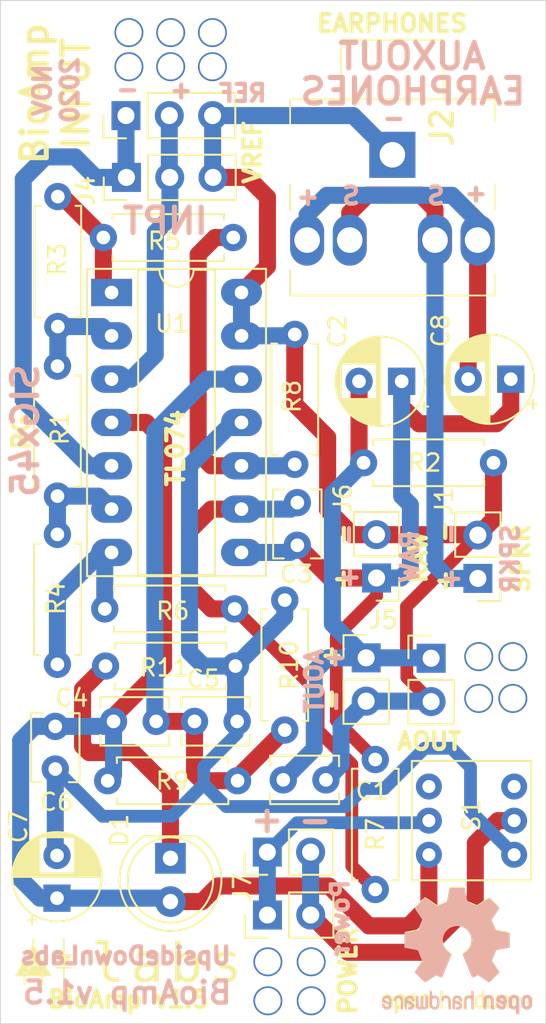
<source format=kicad_pcb>
(kicad_pcb (version 20171130) (host pcbnew 5.1.7-1.fc32)
  (title_block (title "BioAmp v1.5") (date 2020-11-17) (rev v1.5) (company "Upside Down Labs") (comment 2 "Single supply BioAmp") (comment 3 "TL074 based BioPotential Amplifier") (comment 4 "Upside Down Labs BioAmp v1.5"))
  (layers (0 F.Cu signal) (31 B.Cu signal) (34 B.Paste user hide) (35 F.Paste user hide) (36 B.SilkS user) (37 F.SilkS user) (38 B.Mask user hide) (39 F.Mask user hide) (44 Edge.Cuts user))
  (net 0 "")
  (net 1 ACout)
  (net 2 Vref)
  (net 3 Aout)
  (net 4 "Net-(C3-Pad1)")
  (net 5 +9V)
  (net 6 "Net-(C4-Pad1)")
  (net 7 GND)
  (net 8 "Net-(D1-Pad1)")
  (net 9 "Net-(J1-Pad1)")
  (net 10 E2)
  (net 11 E1)
  (net 12 "Net-(R1-Pad2)")
  (net 13 "Net-(R1-Pad1)")
  (net 14 "Net-(R3-Pad1)")
  (net 15 "Net-(R4-Pad1)")
  (net 16 "Net-(R5-Pad1)")
  (net 17 "Net-(S1-Pad1)")
  (net 18 B+)
  (net 19 "Net-(S1-Pad4)")
  (net 20 B-)
  (net 21 ACout_spkr)
  (module Symbol:OSHW-Logo2_9.8x8mm_SilkScreen (layer F.Cu) (at 150.2972 121.5812)
    (fp_text reference REF** hide)
    (fp_text value OSHW-Logo2_9.8x8mm_SilkScreen hide)
  )
  (module Symbol:OSHW-Logo2_9.8x8mm_SilkScreen (layer B.Cu) (at 150.2972 121.632 180)
    (fp_text reference REF** hide)
    (fp_text value OSHW-Logo2_9.8x8mm_SilkScreen hide)
  )
  (module udlabs:udlabs_13x2.7 (layer F.Cu) (at 130.8662 122.2416)
    (fp_text reference G*** hide)
    (fp_text value LOGO hide)
  )
  (module udlabs:G64_DPDT (layer F.Cu) (at 151.6434 110.9894 270)
    (fp_text reference S1 (at 2.6924 0.508 90) (layer F.SilkS))
    (fp_text value TL2285EE)
    (pad 6 thru_hole circle (at 5 -2 270) (size 1.524 1.524) (drill 0.762) (layers *.Cu *.Mask) (net 7 GND))
    (pad 5 thru_hole circle (at 3 -2 270) (size 1.524 1.524) (drill 0.762) (layers *.Cu *.Mask) (net 20 B-))
    (pad 4 thru_hole circle (at 1 -2 270) (size 1.524 1.524) (drill 0.762) (layers *.Cu *.Mask) (net 19 "Net-(S1-Pad4)"))
    (pad 3 thru_hole circle (at 5 3 270) (size 1.524 1.524) (drill 0.762) (layers *.Cu *.Mask) (net 5 +9V))
    (pad 2 thru_hole circle (at 3 3 270) (size 1.524 1.524) (drill 0.762) (layers *.Cu *.Mask) (net 18 B+))
    (pad 1 thru_hole circle (at 1 3 270) (size 1.524 1.524) (drill 0.762) (layers *.Cu *.Mask) (net 17 "Net-(S1-Pad1)"))
  )
  (module Connector_PinHeader_2.54mm:PinHeader_1x02_P2.54mm_Vertical (layer F.Cu) (at 139.172 119.5238 90)
    (fp_text reference J7 (at 1.6002 -1.4732 90) (layer F.SilkS))
    (fp_text value Conn_01x02_Male)
    (pad 2 thru_hole oval (at 0 2.54 90) (size 1.7 1.7) (drill 1) (layers *.Cu *.Mask) (net 20 B-))
    (pad 1 thru_hole rect (at 0 0 90) (size 1.7 1.7) (drill 1) (layers *.Cu *.Mask) (net 18 B+))
  )
  (module Capacitor_THT:C_Disc_D3.8mm_W2.6mm_P2.50mm (layer F.Cu) (at 142.601 111.599 180)
    (fp_text reference C1 (at -2.7178 -0.635) (layer F.SilkS))
    (fp_text value 100nf)
    (pad 2 thru_hole circle (at 2.5 0 180) (size 1.6 1.6) (drill 0.8) (layers *.Cu *.Mask) (net 1 ACout))
    (pad 1 thru_hole circle (at 0 0 180) (size 1.6 1.6) (drill 0.8) (layers *.Cu *.Mask) (net 2 Vref))
  )
  (module Capacitor_THT:CP_Radial_D5.0mm_P2.50mm (layer F.Cu) (at 153.4468 88.104 180)
    (fp_text reference C8 (at 4.1148 2.8448 90) (layer F.SilkS))
    (fp_text value CP)
    (pad 2 thru_hole circle (at 2.5 0 180) (size 1.6 1.6) (drill 0.8) (layers *.Cu *.Mask) (net 21 ACout_spkr))
    (pad 1 thru_hole rect (at 0 0 180) (size 1.6 1.6) (drill 0.8) (layers *.Cu *.Mask) (net 3 Aout))
  )
  (module Capacitor_THT:CP_Radial_D5.0mm_P2.50mm (layer F.Cu) (at 147.046 88.231 180)
    (fp_text reference C2 (at 3.7592 2.921 90) (layer F.SilkS))
    (fp_text value CP)
    (pad 2 thru_hole circle (at 2.5 0 180) (size 1.6 1.6) (drill 0.8) (layers *.Cu *.Mask) (net 1 ACout))
    (pad 1 thru_hole rect (at 0 0 180) (size 1.6 1.6) (drill 0.8) (layers *.Cu *.Mask) (net 3 Aout))
  )
  (module Connector_PinHeader_2.54mm:PinHeader_1x02_P2.54mm_Vertical (layer F.Cu) (at 144.9632 104.4438)
    (fp_text reference J5 (at 0.9906 -2.2174) (layer F.SilkS))
    (fp_text value Conn_01x02_Male)
    (pad 1 thru_hole rect (at 0 0) (size 1.7 1.7) (drill 1) (layers *.Cu *.Mask) (net 1 ACout))
    (pad 2 thru_hole oval (at 0 2.54) (size 1.7 1.7) (drill 1) (layers *.Cu *.Mask) (net 2 Vref))
  )
  (module udlabs:PJ3062CO (layer F.Cu) (at 146.5 74.95 270)
    (fp_text reference J2 (at -1.6034 -2.9082 90) (layer F.SilkS) (effects (font (size 1.27 1.27) (thickness 0.254))))
    (fp_text value PJ-3062-CO hide)
    (pad MH3 np_thru_hole circle (at 0 5 270) (size 1.6 0) (drill 1.6) (layers *.Cu *.Mask))
    (pad MH2 np_thru_hole circle (at 0 -5 270) (size 1.6 0) (drill 1.6) (layers *.Cu *.Mask))
    (pad MH1 np_thru_hole circle (at 5 0 270) (size 1.6 0) (drill 1.6) (layers *.Cu *.Mask))
    (pad 5 thru_hole oval (at 5 -2.5 270) (size 3 2) (drill 1.5) (layers *.Cu *.Mask) (net 9 "Net-(J1-Pad1)"))
    (pad 4 thru_hole oval (at 5 2.5 270) (size 3 2) (drill 1.5) (layers *.Cu *.Mask) (net 9 "Net-(J1-Pad1)"))
    (pad 3 thru_hole oval (at 5 -5 270) (size 3 2) (drill 1.5) (layers *.Cu *.Mask) (net 21 ACout_spkr))
    (pad 2 thru_hole oval (at 5 5 270) (size 3 2) (drill 1.5) (layers *.Cu *.Mask) (net 21 ACout_spkr))
    (pad 1 thru_hole rect (at 0 0 270) (size 2.704 2.704) (drill 1.5) (layers *.Cu *.Mask) (net 2 Vref))
  )
  (module Package_DIP:DIP-14_W7.62mm_Socket_LongPads (layer F.Cu) (at 130.028 83.024)
    (fp_text reference U1 (at 3.556 1.8288) (layer F.SilkS))
    (fp_text value TL074)
    (pad 14 thru_hole oval (at 7.62 0) (size 2.4 1.6) (drill 0.8) (layers *.Cu *.Mask) (net 2 Vref))
    (pad 7 thru_hole oval (at 0 15.24) (size 2.4 1.6) (drill 0.8) (layers *.Cu *.Mask) (net 15 "Net-(R4-Pad1)"))
    (pad 13 thru_hole oval (at 7.62 2.54) (size 2.4 1.6) (drill 0.8) (layers *.Cu *.Mask) (net 2 Vref))
    (pad 6 thru_hole oval (at 0 12.7) (size 2.4 1.6) (drill 0.8) (layers *.Cu *.Mask) (net 12 "Net-(R1-Pad2)"))
    (pad 12 thru_hole oval (at 7.62 5.08) (size 2.4 1.6) (drill 0.8) (layers *.Cu *.Mask) (net 6 "Net-(C4-Pad1)"))
    (pad 5 thru_hole oval (at 0 10.16) (size 2.4 1.6) (drill 0.8) (layers *.Cu *.Mask) (net 10 E2))
    (pad 11 thru_hole oval (at 7.62 7.62) (size 2.4 1.6) (drill 0.8) (layers *.Cu *.Mask) (net 7 GND))
    (pad 4 thru_hole oval (at 0 7.62) (size 2.4 1.6) (drill 0.8) (layers *.Cu *.Mask) (net 5 +9V))
    (pad 10 thru_hole oval (at 7.62 10.16) (size 2.4 1.6) (drill 0.8) (layers *.Cu *.Mask) (net 16 "Net-(R5-Pad1)"))
    (pad 3 thru_hole oval (at 0 5.08) (size 2.4 1.6) (drill 0.8) (layers *.Cu *.Mask) (net 11 E1))
    (pad 9 thru_hole oval (at 7.62 12.7) (size 2.4 1.6) (drill 0.8) (layers *.Cu *.Mask) (net 4 "Net-(C3-Pad1)"))
    (pad 2 thru_hole oval (at 0 2.54) (size 2.4 1.6) (drill 0.8) (layers *.Cu *.Mask) (net 13 "Net-(R1-Pad1)"))
    (pad 8 thru_hole oval (at 7.62 15.24) (size 2.4 1.6) (drill 0.8) (layers *.Cu *.Mask) (net 3 Aout))
    (pad 1 thru_hole rect (at 0 0) (size 2.4 1.6) (drill 0.8) (layers *.Cu *.Mask) (net 14 "Net-(R3-Pad1)"))
  )
  (module Connector_PinHeader_2.54mm:PinHeader_1x02_P2.54mm_Vertical (layer F.Cu) (at 148.7732 104.4688)
    (fp_text reference J5 (at -2.8194 -2.2424) (layer F.SilkS))
    (fp_text value Conn_01x02_Male)
    (pad 1 thru_hole rect (at 0 0) (size 1.7 1.7) (drill 1) (layers *.Cu *.Mask) (net 1 ACout))
    (pad 2 thru_hole oval (at 0 2.54) (size 1.7 1.7) (drill 1) (layers *.Cu *.Mask) (net 2 Vref))
  )
  (module LED_THT:LED_D5.0mm (layer F.Cu) (at 133.4824 116.1964 270)
    (fp_text reference D1 (at -1.6256 2.9972 90) (layer F.SilkS))
    (fp_text value "RED LED")
    (pad 2 thru_hole circle (at 2.54 0 270) (size 1.8 1.8) (drill 0.9) (layers *.Cu *.Mask) (net 5 +9V))
    (pad 1 thru_hole rect (at 0 0 270) (size 1.8 1.8) (drill 0.9) (layers *.Cu *.Mask) (net 8 "Net-(D1-Pad1)"))
  )
  (module Resistor_THT:R_Axial_DIN0207_L6.3mm_D2.5mm_P7.62mm_Horizontal (layer F.Cu) (at 129.7994 111.6498)
    (fp_text reference R9 (at 3.798 0.004) (layer F.SilkS))
    (fp_text value 100k)
    (pad 2 thru_hole oval (at 7.62 0) (size 1.6 1.6) (drill 0.8) (layers *.Cu *.Mask) (net 6 "Net-(C4-Pad1)"))
    (pad 1 thru_hole circle (at 0 0) (size 1.6 1.6) (drill 0.8) (layers *.Cu *.Mask) (net 5 +9V))
  )
  (module Capacitor_THT:CP_Radial_D5.0mm_P2.50mm (layer F.Cu) (at 126.8276 118.5332 90)
    (fp_text reference C7 (at 4.191 -2.2606 90) (layer F.SilkS))
    (fp_text value CP)
    (pad 2 thru_hole circle (at 2.5 0 90) (size 1.6 1.6) (drill 0.8) (layers *.Cu *.Mask) (net 7 GND))
    (pad 1 thru_hole rect (at 0 0 90) (size 1.6 1.6) (drill 0.8) (layers *.Cu *.Mask) (net 5 +9V))
  )
  (module Connector_PinHeader_2.54mm:PinHeader_1x03_P2.54mm_Vertical (layer F.Cu) (at 130.9 76.275 90)
    (fp_text reference J4 (at -0.7546 -2.396 90) (layer F.SilkS))
    (fp_text value Conn_01x03_Male)
    (pad 3 thru_hole oval (at 0 5.08 90) (size 1.7 1.7) (drill 1) (layers *.Cu *.Mask) (net 2 Vref))
    (pad 2 thru_hole oval (at 0 2.54 90) (size 1.7 1.7) (drill 1) (layers *.Cu *.Mask) (net 11 E1))
    (pad 1 thru_hole rect (at 0 0 90) (size 1.7 1.7) (drill 1) (layers *.Cu *.Mask) (net 10 E2))
  )
  (module Connector_PinHeader_2.54mm:PinHeader_1x03_P2.54mm_Vertical (layer F.Cu) (at 130.875 72.65 90)
    (fp_text reference J4 (at -4.405 -2.3456 90) (layer F.SilkS))
    (fp_text value Conn_01x03_Male)
    (pad 1 thru_hole rect (at 0 0 90) (size 1.7 1.7) (drill 1) (layers *.Cu *.Mask) (net 10 E2))
    (pad 2 thru_hole oval (at 0 2.54 90) (size 1.7 1.7) (drill 1) (layers *.Cu *.Mask) (net 11 E1))
    (pad 3 thru_hole oval (at 0 5.08 90) (size 1.7 1.7) (drill 1) (layers *.Cu *.Mask) (net 2 Vref))
  )
  (module Resistor_THT:R_Axial_DIN0207_L6.3mm_D2.5mm_P7.62mm_Horizontal (layer F.Cu) (at 137.25 101.575 180)
    (fp_text reference R6 (at 3.632 -0.126) (layer F.SilkS))
    (fp_text value 10k)
    (pad 2 thru_hole oval (at 7.62 0 180) (size 1.6 1.6) (drill 0.8) (layers *.Cu *.Mask) (net 15 "Net-(R4-Pad1)"))
    (pad 1 thru_hole circle (at 0 0 180) (size 1.6 1.6) (drill 0.8) (layers *.Cu *.Mask) (net 4 "Net-(C3-Pad1)"))
  )
  (module Resistor_THT:R_Axial_DIN0207_L6.3mm_D2.5mm_P7.62mm_Horizontal (layer F.Cu) (at 129.675 104.925)
    (fp_text reference R11 (at 3.4518 0.0954) (layer F.SilkS))
    (fp_text value 1k)
    (pad 2 thru_hole oval (at 7.62 0) (size 1.6 1.6) (drill 0.8) (layers *.Cu *.Mask) (net 7 GND))
    (pad 1 thru_hole circle (at 0 0) (size 1.6 1.6) (drill 0.8) (layers *.Cu *.Mask) (net 8 "Net-(D1-Pad1)"))
  )
  (module Capacitor_THT:C_Disc_D3.8mm_W2.6mm_P2.50mm (layer F.Cu) (at 126.726 110.964 90)
    (fp_text reference C6 (at -1.9304 0.0762) (layer F.SilkS))
    (fp_text value 100nf)
    (pad 2 thru_hole circle (at 2.5 0 90) (size 1.6 1.6) (drill 0.8) (layers *.Cu *.Mask) (net 5 +9V))
    (pad 1 thru_hole circle (at 0 0 90) (size 1.6 1.6) (drill 0.8) (layers *.Cu *.Mask) (net 7 GND))
  )
  (module Connector_PinHeader_2.54mm:PinHeader_1x02_P2.54mm_Vertical (layer F.Cu) (at 139.1644 115.835 90)
    (fp_text reference J7 (at -2.0886 -1.4656 90) (layer F.SilkS))
    (fp_text value Conn_01x02_Male)
    (pad 1 thru_hole rect (at 0 0 90) (size 1.7 1.7) (drill 1) (layers *.Cu *.Mask) (net 18 B+))
    (pad 2 thru_hole oval (at 0 2.54 90) (size 1.7 1.7) (drill 1) (layers *.Cu *.Mask) (net 20 B-))
  )
  (module Resistor_THT:R_Axial_DIN0207_L6.3mm_D2.5mm_P7.62mm_Horizontal (layer F.Cu) (at 140.188 108.678 90)
    (fp_text reference R10 (at 3.81 0.254 90) (layer F.SilkS))
    (fp_text value 100k)
    (pad 2 thru_hole oval (at 7.62 0 90) (size 1.6 1.6) (drill 0.8) (layers *.Cu *.Mask) (net 7 GND))
    (pad 1 thru_hole circle (at 0 0 90) (size 1.6 1.6) (drill 0.8) (layers *.Cu *.Mask) (net 6 "Net-(C4-Pad1)"))
  )
  (module Resistor_THT:R_Axial_DIN0207_L6.3mm_D2.5mm_P7.62mm_Horizontal (layer F.Cu) (at 140.775 93.1 90)
    (fp_text reference R8 (at 3.984 -0.166 90) (layer F.SilkS))
    (fp_text value 10k)
    (pad 2 thru_hole oval (at 7.62 0 90) (size 1.6 1.6) (drill 0.8) (layers *.Cu *.Mask) (net 2 Vref))
    (pad 1 thru_hole circle (at 0 0 90) (size 1.6 1.6) (drill 0.8) (layers *.Cu *.Mask) (net 16 "Net-(R5-Pad1)"))
  )
  (module Resistor_THT:R_Axial_DIN0207_L6.3mm_D2.5mm_P7.62mm_Horizontal (layer F.Cu) (at 145.4966 118.0252 90)
    (fp_text reference R7 (at 3.2258 0 90) (layer F.SilkS))
    (fp_text value 10k)
    (pad 2 thru_hole oval (at 7.62 0 90) (size 1.6 1.6) (drill 0.8) (layers *.Cu *.Mask) (net 3 Aout))
    (pad 1 thru_hole circle (at 0 0 90) (size 1.6 1.6) (drill 0.8) (layers *.Cu *.Mask) (net 4 "Net-(C3-Pad1)"))
  )
  (module Resistor_THT:R_Axial_DIN0207_L6.3mm_D2.5mm_P7.62mm_Horizontal (layer F.Cu) (at 137.1654 79.7982 180)
    (fp_text reference R5 (at 4.032 -0.205) (layer F.SilkS))
    (fp_text value 10k)
    (pad 2 thru_hole oval (at 7.62 0 180) (size 1.6 1.6) (drill 0.8) (layers *.Cu *.Mask) (net 14 "Net-(R3-Pad1)"))
    (pad 1 thru_hole circle (at 0 0 180) (size 1.6 1.6) (drill 0.8) (layers *.Cu *.Mask) (net 16 "Net-(R5-Pad1)"))
  )
  (module Resistor_THT:R_Axial_DIN0207_L6.3mm_D2.5mm_P7.62mm_Horizontal (layer F.Cu) (at 126.85 104.825 90)
    (fp_text reference R4 (at 3.868 -0.087 90) (layer F.SilkS))
    (fp_text value 220k)
    (pad 2 thru_hole oval (at 7.62 0 90) (size 1.6 1.6) (drill 0.8) (layers *.Cu *.Mask) (net 12 "Net-(R1-Pad2)"))
    (pad 1 thru_hole circle (at 0 0 90) (size 1.6 1.6) (drill 0.8) (layers *.Cu *.Mask) (net 15 "Net-(R4-Pad1)"))
  )
  (module Resistor_THT:R_Axial_DIN0207_L6.3mm_D2.5mm_P7.62mm_Horizontal (layer F.Cu) (at 126.875 77.4 270)
    (fp_text reference R3 (at 3.691 0.018 90) (layer F.SilkS))
    (fp_text value 220k)
    (pad 2 thru_hole oval (at 7.62 0 270) (size 1.6 1.6) (drill 0.8) (layers *.Cu *.Mask) (net 13 "Net-(R1-Pad1)"))
    (pad 1 thru_hole circle (at 0 0 270) (size 1.6 1.6) (drill 0.8) (layers *.Cu *.Mask) (net 14 "Net-(R3-Pad1)"))
  )
  (module Resistor_THT:R_Axial_DIN0207_L6.3mm_D2.5mm_P7.62mm_Horizontal (layer F.Cu) (at 144.8108 93.0062)
    (fp_text reference R2 (at 3.5814 0) (layer F.SilkS))
    (fp_text value 10k)
    (pad 2 thru_hole oval (at 7.62 0) (size 1.6 1.6) (drill 0.8) (layers *.Cu *.Mask) (net 2 Vref))
    (pad 1 thru_hole circle (at 0 0) (size 1.6 1.6) (drill 0.8) (layers *.Cu *.Mask) (net 1 ACout))
  )
  (module Resistor_THT:R_Axial_DIN0207_L6.3mm_D2.5mm_P7.62mm_Horizontal (layer F.Cu) (at 126.853 87.342 270)
    (fp_text reference R1 (at 3.658 -0.147 90) (layer F.SilkS))
    (fp_text value 10k)
    (pad 2 thru_hole oval (at 7.62 0 270) (size 1.6 1.6) (drill 0.8) (layers *.Cu *.Mask) (net 12 "Net-(R1-Pad2)"))
    (pad 1 thru_hole circle (at 0 0 270) (size 1.6 1.6) (drill 0.8) (layers *.Cu *.Mask) (net 13 "Net-(R1-Pad1)"))
  )
  (module Connector_PinHeader_2.54mm:PinHeader_1x02_P2.54mm_Vertical (layer F.Cu) (at 145.5728 99.7626 180)
    (fp_text reference J6 (at 1.9812 4.6736 90) (layer F.SilkS))
    (fp_text value Conn_01x02_Male)
    (pad 2 thru_hole oval (at 0 2.54 180) (size 1.7 1.7) (drill 1) (layers *.Cu *.Mask) (net 2 Vref))
    (pad 1 thru_hole rect (at 0 0 180) (size 1.7 1.7) (drill 1) (layers *.Cu *.Mask) (net 3 Aout))
  )
  (module Connector_PinHeader_2.54mm:PinHeader_1x02_P2.54mm_Vertical (layer F.Cu) (at 151.5164 99.788 180)
    (fp_text reference J1 (at 1.9812 4.5212 90) (layer F.SilkS))
    (fp_text value Conn_01x02_Male)
    (pad 2 thru_hole oval (at 0 2.54 180) (size 1.7 1.7) (drill 1) (layers *.Cu *.Mask) (net 2 Vref))
    (pad 1 thru_hole rect (at 0 0 180) (size 1.7 1.7) (drill 1) (layers *.Cu *.Mask) (net 9 "Net-(J1-Pad1)"))
  )
  (module Capacitor_THT:C_Disc_D3.8mm_W2.6mm_P2.50mm (layer F.Cu) (at 137.394 108.17 180)
    (fp_text reference C5 (at 1.9812 2.4892) (layer F.SilkS))
    (fp_text value 100nf)
    (pad 1 thru_hole circle (at 0 0 180) (size 1.6 1.6) (drill 0.8) (layers *.Cu *.Mask) (net 7 GND))
    (pad 2 thru_hole circle (at 2.5 0 180) (size 1.6 1.6) (drill 0.8) (layers *.Cu *.Mask) (net 6 "Net-(C4-Pad1)"))
  )
  (module Capacitor_THT:C_Disc_D3.8mm_W2.6mm_P2.50mm (layer F.Cu) (at 132.6442 108.17 180)
    (fp_text reference C4 (at 4.953 1.3716) (layer F.SilkS))
    (fp_text value 100nf)
    (pad 1 thru_hole circle (at 0 0 180) (size 1.6 1.6) (drill 0.8) (layers *.Cu *.Mask) (net 6 "Net-(C4-Pad1)"))
    (pad 2 thru_hole circle (at 2.5 0 180) (size 1.6 1.6) (drill 0.8) (layers *.Cu *.Mask) (net 5 +9V))
  )
  (module Capacitor_THT:C_Disc_D3.8mm_W2.6mm_P2.50mm (layer F.Cu) (at 140.9246 95.343 270)
    (fp_text reference C3 (at 4.191 0.0508 180) (layer F.SilkS))
    (fp_text value 100nf)
    (pad 2 thru_hole circle (at 2.5 0 270) (size 1.6 1.6) (drill 0.8) (layers *.Cu *.Mask) (net 3 Aout))
    (pad 1 thru_hole circle (at 0 0 270) (size 1.6 1.6) (drill 0.8) (layers *.Cu *.Mask) (net 4 "Net-(C3-Pad1)"))
  )
  (gr_text S (at 144.0742 77.3598) (layer B.SilkS) (effects (font (size 1 1) (thickness 0.25)) (justify mirror)))
  (gr_text S (at 149.0526 77.3598) (layer B.SilkS) (effects (font (size 1 1) (thickness 0.25)) (justify mirror)))
  (gr_text + (at 151.3386 77.2582 90) (layer B.SilkS) (effects (font (size 1 1) (thickness 0.25))))
  (gr_text + (at 141.4834 77.4614 90) (layer B.SilkS) (effects (font (size 1 1) (thickness 0.25))))
  (gr_text - (at 146.5888 72.9148 180) (layer B.SilkS) (effects (font (size 1 1) (thickness 0.25))))
  (gr_text AUXOUT (at 147.6556 69.181) (layer B.SilkS) (effects (font (size 1.5 1.5) (thickness 0.3)) (justify mirror)))
  (gr_text AOUT (at 148.6716 109.3384) (layer F.SilkS) (effects (font (size 1 1) (thickness 0.25))))
  (gr_text + (at 143.6424 99.7626) (layer F.SilkS) (effects (font (size 1 1) (thickness 0.25))))
  (gr_text + (at 149.6368 99.8642) (layer F.SilkS) (effects (font (size 1 1) (thickness 0.25))))
  (gr_text SIGx45 (at 124.9734 91.1266 90) (layer B.SilkS) (effects (font (size 1.5 1.5) (thickness 0.3)) (justify mirror)))
  (gr_text "BioAmp\nINPUT" (at 126.726 71.3654 90) (layer F.SilkS) (effects (font (size 1.5 1.5) (thickness 0.3))))
  (gr_line (start 123.508 125.8984) (end 123.508 65.8984) (layer Edge.Cuts) (width 0.05))
  (gr_line (start 155.508 125.8984) (end 123.508 125.8984) (layer Edge.Cuts) (width 0.05))
  (gr_line (start 155.508 65.8984) (end 155.508 125.8984) (layer Edge.Cuts) (width 0.05))
  (gr_line (start 123.508 65.8984) (end 155.508 65.8984) (layer Edge.Cuts) (width 0.05))
  (gr_text - (at 143.7186 97.1718 270) (layer F.SilkS) (effects (font (size 1 1) (thickness 0.25) italic)))
  (gr_text TL074 (at 133.7872 92.1426 90) (layer F.SilkS) (effects (font (size 1 1) (thickness 0.25))))
  (gr_text REF (at 137.6988 71.34) (layer B.SilkS) (effects (font (size 1 1) (thickness 0.25)) (justify mirror)))
  (gr_text - (at 130.9678 71.2384 180) (layer B.SilkS) (effects (font (size 1 1) (thickness 0.25))))
  (gr_text + (at 134.0412 71.213 90) (layer B.SilkS) (effects (font (size 1 1) (thickness 0.25))))
  (gr_text - (at 144.0234 97.2226 270) (layer B.SilkS) (effects (font (size 1 1) (thickness 0.25))))
  (gr_text + (at 143.9472 99.7372 90) (layer B.SilkS) (effects (font (size 1 1) (thickness 0.25))))
  (gr_text + (at 149.9162 99.8134 90) (layer B.SilkS) (effects (font (size 1 1) (thickness 0.25))))
  (gr_text + (at 143.0836 104.4616 90) (layer B.SilkS) (effects (font (size 1 1) (thickness 0.25))))
  (gr_text - (at 149.5352 97.0702 90) (layer F.SilkS) (effects (font (size 1 1) (thickness 0.25) italic)))
  (gr_text - (at 142.8804 106.9 90) (layer F.SilkS) (effects (font (size 1 1) (thickness 0.25) italic)))
  (gr_text SPKR (at 153.4214 98.645 90) (layer B.SilkS) (effects (font (size 1 1) (thickness 0.25)) (justify mirror)))
  (gr_text RAW (at 148.0112 98.5434 90) (layer F.SilkS) (effects (font (size 1 1) (thickness 0.25))))
  (gr_text - (at 149.8908 97.1718 90) (layer B.SilkS) (effects (font (size 1 1) (thickness 0.25))))
  (gr_text - (at 143.1344 107.0016 90) (layer B.SilkS) (effects (font (size 1 1) (thickness 0.25))))
  (gr_text VREF (at 138.3084 74.7944 90) (layer F.SilkS) (effects (font (size 1 1) (thickness 0.25))))
  (gr_text + (at 142.9566 104.2584) (layer F.SilkS) (effects (font (size 1 1) (thickness 0.25))))
  (gr_text POWER (at 143.8964 122.775 90) (layer F.SilkS) (effects (font (size 1 1) (thickness 0.25))))
  (gr_text + (at 139.172 113.9612) (layer F.SilkS) (effects (font (size 1 1) (thickness 0.25))))
  (gr_text - (at 142.0168 114.012) (layer F.SilkS) (effects (font (size 1 1) (thickness 0.25))))
  (gr_text "NOV\n2020" (at 126.7768 71.1622 90) (layer B.SilkS) (effects (font (size 1 1) (thickness 0.25)) (justify mirror)))
  (gr_text "BioAmp v1.5" (at 131.0186 124.4768) (layer F.SilkS) (effects (font (size 1 1) (thickness 0.25))))
  (gr_text RG (at 124.7448 91.2282 90) (layer F.SilkS) (effects (font (size 1 1) (thickness 0.25))))
  (gr_text EARPHONES (at 146.4872 67.2506) (layer F.SilkS) (effects (font (size 1 1) (thickness 0.25))))
  (gr_text SPKR (at 154.031 98.6196 90) (layer F.SilkS) (effects (font (size 1 1) (thickness 0.25))))
  (gr_text INPT (at 133.1776 78.833) (layer B.SilkS) (effects (font (size 1.5 1.5) (thickness 0.3)) (justify mirror)))
  (gr_text "BioAmp v1.5" (at 130.9424 124.0704) (layer B.SilkS) (effects (font (size 1.3 1.3) (thickness 0.25)) (justify mirror)))
  (gr_text UpsideDownLabs (at 130.8408 121.9114) (layer B.SilkS) (effects (font (size 1 1) (thickness 0.25)) (justify mirror)))
  (gr_text Power (at 143.4392 119.7016 90) (layer B.SilkS) (effects (font (size 1 1) (thickness 0.25)) (justify mirror)))
  (gr_text EARPHONES (at 147.7064 71.2384) (layer B.SilkS) (effects (font (size 1.5 1.5) (thickness 0.3)) (justify mirror)))
  (gr_text - (at 141.966 113.9358) (layer B.SilkS) (effects (font (size 1.5 1.5) (thickness 0.3)) (justify mirror)))
  (gr_text + (at 139.045 114.012 90) (layer B.SilkS) (effects (font (size 1.5 1.5) (thickness 0.3)) (justify mirror)))
  (gr_text RAW (at 147.5286 98.518 90) (layer B.SilkS) (effects (font (size 1 1) (thickness 0.25)) (justify mirror)))
  (gr_text AOUT (at 141.9152 105.8078 90) (layer B.SilkS) (effects (font (size 1 1) (thickness 0.25)) (justify mirror)))
  (via (at 141.7374 122.267) (size 1.7) (drill 1.5) (layers F.Cu B.Cu) (net 0))
  (via (at 139.1974 122.267) (size 1.7) (drill 1.5) (layers F.Cu B.Cu) (net 0))
  (via (at 141.7374 124.553) (size 1.7) (drill 1.5) (layers F.Cu B.Cu) (net 0))
  (via (at 139.1974 124.553) (size 1.7) (drill 1.5) (layers F.Cu B.Cu) (net 0))
  (via (at 131.044 67.784) (size 1.7) (drill 1.5) (layers F.Cu B.Cu) (net 0))
  (via (at 133.494 67.784) (size 1.7) (drill 1.5) (layers F.Cu B.Cu) (net 0))
  (via (at 135.944 67.784) (size 1.7) (drill 1.5) (layers F.Cu B.Cu) (net 0))
  (via (at 131.044 69.784) (size 1.7) (drill 1.5) (layers F.Cu B.Cu) (net 0))
  (via (at 133.494 69.784) (size 1.7) (drill 1.5) (layers F.Cu B.Cu) (net 0))
  (via (at 135.944 69.784) (size 1.7) (drill 1.5) (layers F.Cu B.Cu) (net 0))
  (via (at 151.5672 106.8238) (size 1.7) (drill 1.5) (layers F.Cu B.Cu) (net 0))
  (via (at 151.5672 104.3738) (size 1.7) (drill 1.5) (layers F.Cu B.Cu) (net 0))
  (via (at 153.5672 106.8238) (size 1.7) (drill 1.5) (layers F.Cu B.Cu) (net 0))
  (via (at 153.5672 104.3738) (size 1.7) (drill 1.5) (layers F.Cu B.Cu) (net 0))
  (segment (start 148.7482 104.4438) (end 148.7732 104.4688) (width 1) (layer B.Cu) (net 1))
  (segment (start 144.9632 104.4438) (end 148.7482 104.4438) (width 1) (layer B.Cu) (net 1))
  (segment (start 140.101 111.599) (end 141.9152 109.7848) (width 1) (layer B.Cu) (net 1))
  (segment (start 141.9152 109.7848) (end 141.9152 105.249) (width 1) (layer B.Cu) (net 1))
  (segment (start 142.7204 104.4438) (end 144.9632 104.4438) (width 1) (layer B.Cu) (net 1))
  (segment (start 141.9152 105.249) (end 142.7204 104.4438) (width 1) (layer B.Cu) (net 1))
  (segment (start 144.8108 93.0062) (end 142.982 94.835) (width 1) (layer B.Cu) (net 1))
  (segment (start 142.982 102.4626) (end 144.9632 104.4438) (width 1) (layer B.Cu) (net 1))
  (segment (start 142.982 94.835) (end 142.982 102.4626) (width 1) (layer B.Cu) (net 1))
  (segment (start 144.546 92.7414) (end 144.8108 93.0062) (width 1) (layer F.Cu) (net 1))
  (segment (start 144.546 88.231) (end 144.546 92.7414) (width 1) (layer F.Cu) (net 1))
  (segment (start 137.648 83.024) (end 137.648 85.564) (width 1) (layer B.Cu) (net 2))
  (segment (start 140.691 85.564) (end 140.775 85.48) (width 1) (layer B.Cu) (net 2))
  (segment (start 137.648 85.564) (end 140.691 85.564) (width 1) (layer B.Cu) (net 2))
  (segment (start 135.955 76.25) (end 135.98 76.275) (width 1) (layer B.Cu) (net 2))
  (segment (start 135.955 72.65) (end 135.955 76.25) (width 1) (layer B.Cu) (net 2))
  (segment (start 144.2 72.65) (end 146.5 74.95) (width 1) (layer B.Cu) (net 2))
  (segment (start 135.955 72.65) (end 144.2 72.65) (width 1) (layer B.Cu) (net 2))
  (segment (start 135.98 76.275) (end 138.011 76.275) (width 1) (layer F.Cu) (net 2))
  (segment (start 138.011 76.275) (end 139.172 77.436) (width 1) (layer F.Cu) (net 2))
  (segment (start 139.172 81.5) (end 137.648 83.024) (width 1) (layer F.Cu) (net 2))
  (segment (start 139.172 77.436) (end 139.172 81.5) (width 1) (layer F.Cu) (net 2))
  (segment (start 148.7482 106.9838) (end 148.7732 107.0088) (width 1) (layer B.Cu) (net 2))
  (segment (start 144.9632 106.9838) (end 148.7482 106.9838) (width 1) (layer B.Cu) (net 2))
  (segment (start 140.775 85.48) (end 140.775 89.58) (width 1) (layer F.Cu) (net 2))
  (segment (start 140.775 89.58) (end 142.7026 91.5076) (width 1) (layer F.Cu) (net 2))
  (segment (start 142.7026 91.5076) (end 142.7026 95.7748) (width 1) (layer F.Cu) (net 2))
  (segment (start 144.1504 97.2226) (end 145.5728 97.2226) (width 1) (layer F.Cu) (net 2))
  (segment (start 142.7026 95.7748) (end 144.1504 97.2226) (width 1) (layer F.Cu) (net 2))
  (segment (start 151.491 97.2226) (end 151.5164 97.248) (width 1) (layer F.Cu) (net 2))
  (segment (start 145.5728 97.2226) (end 151.491 97.2226) (width 1) (layer F.Cu) (net 2))
  (segment (start 152.4308 96.3336) (end 151.5164 97.248) (width 1) (layer F.Cu) (net 2))
  (segment (start 152.4308 93.0062) (end 152.4308 96.3336) (width 1) (layer F.Cu) (net 2))
  (segment (start 142.601 111.599) (end 143.49 110.71) (width 1) (layer B.Cu) (net 2))
  (segment (start 143.49 108.457) (end 144.9632 106.9838) (width 1) (layer B.Cu) (net 2))
  (segment (start 143.49 110.71) (end 143.49 108.457) (width 1) (layer B.Cu) (net 2))
  (segment (start 151.5164 97.248) (end 147.3254 101.439) (width 0.75) (layer F.Cu) (net 2))
  (segment (start 147.348199 105.583799) (end 148.7732 107.0088) (width 0.75) (layer F.Cu) (net 2))
  (segment (start 147.348199 104.382799) (end 147.348199 105.583799) (width 0.75) (layer F.Cu) (net 2))
  (segment (start 147.3254 104.36) (end 147.348199 104.382799) (width 0.75) (layer F.Cu) (net 2))
  (segment (start 147.3254 101.439) (end 147.3254 104.36) (width 0.75) (layer F.Cu) (net 2))
  (segment (start 140.5036 98.264) (end 140.9246 97.843) (width 1) (layer B.Cu) (net 3))
  (segment (start 137.648 98.264) (end 140.5036 98.264) (width 1) (layer B.Cu) (net 3))
  (segment (start 142.8442 99.7626) (end 145.5728 99.7626) (width 1) (layer F.Cu) (net 3))
  (segment (start 140.9246 97.843) (end 142.8442 99.7626) (width 1) (layer F.Cu) (net 3))
  (segment (start 145.4966 110.4052) (end 143.2106 108.1192) (width 0.75) (layer F.Cu) (net 3))
  (segment (start 143.2106 108.1192) (end 143.2106 103.1916) (width 0.75) (layer F.Cu) (net 3))
  (segment (start 145.5728 100.8294) (end 145.5728 99.7626) (width 0.75) (layer F.Cu) (net 3))
  (segment (start 143.2106 103.1916) (end 145.5728 100.8294) (width 0.75) (layer F.Cu) (net 3))
  (segment (start 147.046 88.231) (end 147.046 89.7042) (width 1) (layer F.Cu) (net 3))
  (segment (start 147.046 89.7042) (end 148.062 90.7202) (width 1) (layer F.Cu) (net 3))
  (segment (start 148.062 90.7202) (end 152.6086 90.7202) (width 1) (layer F.Cu) (net 3))
  (segment (start 153.4468 89.882) (end 153.4468 88.104) (width 1) (layer F.Cu) (net 3))
  (segment (start 152.6086 90.7202) (end 153.4468 89.882) (width 1) (layer F.Cu) (net 3))
  (segment (start 145.5728 99.7626) (end 146.4618 99.7626) (width 1) (layer B.Cu) (net 3))
  (segment (start 147.046 88.231) (end 147.046 94.962) (width 1) (layer B.Cu) (net 3))
  (segment (start 147.046 94.962) (end 147.554 95.47) (width 1) (layer B.Cu) (net 3))
  (segment (start 147.554 95.47) (end 147.554 99.2038) (width 1) (layer B.Cu) (net 3))
  (segment (start 146.9952 99.7626) (end 145.5728 99.7626) (width 1) (layer B.Cu) (net 3))
  (segment (start 147.554 99.2038) (end 146.9952 99.7626) (width 1) (layer B.Cu) (net 3))
  (segment (start 137.648 95.724) (end 136.886 95.724) (width 0.75) (layer B.Cu) (net 4))
  (segment (start 137.25 101.575) (end 135.879 101.575) (width 1) (layer F.Cu) (net 4))
  (segment (start 135.879 101.575) (end 134.6 100.296) (width 1) (layer F.Cu) (net 4))
  (segment (start 134.6 100.296) (end 134.6 96.994) (width 1) (layer F.Cu) (net 4))
  (segment (start 135.87 95.724) (end 137.648 95.724) (width 1) (layer F.Cu) (net 4))
  (segment (start 134.6 96.994) (end 135.87 95.724) (width 1) (layer F.Cu) (net 4))
  (segment (start 140.5436 95.724) (end 140.9246 95.343) (width 1) (layer B.Cu) (net 4))
  (segment (start 137.648 95.724) (end 140.5436 95.724) (width 1) (layer B.Cu) (net 4))
  (segment (start 137.25 101.575) (end 142.1438 106.4688) (width 0.75) (layer F.Cu) (net 4))
  (segment (start 142.1438 108.7034) (end 144.121599 110.681199) (width 0.75) (layer F.Cu) (net 4))
  (segment (start 142.1438 106.4688) (end 142.1438 108.7034) (width 0.75) (layer F.Cu) (net 4))
  (segment (start 144.121599 116.650199) (end 145.4966 118.0252) (width 0.75) (layer F.Cu) (net 4))
  (segment (start 144.121599 110.681199) (end 144.121599 116.650199) (width 0.75) (layer F.Cu) (net 4))
  (segment (start 130.028 108.464) (end 130.322 108.17) (width 1) (layer F.Cu) (net 5))
  (segment (start 130.1442 107.876) (end 130.1442 108.17) (width 1) (layer F.Cu) (net 5))
  (segment (start 133.076 104.9442) (end 130.1442 107.876) (width 1) (layer F.Cu) (net 5))
  (segment (start 133.076 91.66) (end 133.076 104.9442) (width 1) (layer F.Cu) (net 5))
  (segment (start 132.06 90.644) (end 133.076 91.66) (width 1) (layer F.Cu) (net 5))
  (segment (start 130.028 90.644) (end 132.06 90.644) (width 1) (layer F.Cu) (net 5))
  (segment (start 126.726 108.464) (end 125.5176 108.464) (width 1) (layer B.Cu) (net 5))
  (segment (start 125.5176 108.464) (end 124.694 109.2876) (width 1) (layer B.Cu) (net 5))
  (segment (start 124.694 109.2876) (end 124.694 117.4156) (width 1) (layer B.Cu) (net 5))
  (segment (start 125.8116 118.5332) (end 126.8276 118.5332) (width 1) (layer B.Cu) (net 5))
  (segment (start 124.694 117.4156) (end 125.8116 118.5332) (width 1) (layer B.Cu) (net 5))
  (segment (start 133.2792 118.5332) (end 133.4824 118.7364) (width 1) (layer B.Cu) (net 5))
  (segment (start 126.8276 118.5332) (end 133.2792 118.5332) (width 1) (layer B.Cu) (net 5))
  (segment (start 148.6434 115.9894) (end 148.6434 118.9678) (width 1) (layer F.Cu) (net 5))
  (segment (start 148.6434 118.9678) (end 147.4524 120.1588) (width 1) (layer F.Cu) (net 5))
  (segment (start 147.4524 120.1588) (end 145.1156 120.1588) (width 1) (layer F.Cu) (net 5))
  (segment (start 145.1156 120.1588) (end 142.7788 117.822) (width 1) (layer F.Cu) (net 5))
  (segment (start 142.7788 117.822) (end 136.251 117.822) (width 1) (layer F.Cu) (net 5))
  (segment (start 135.3366 118.7364) (end 133.4824 118.7364) (width 1) (layer F.Cu) (net 5))
  (segment (start 136.251 117.822) (end 135.3366 118.7364) (width 1) (layer F.Cu) (net 5))
  (segment (start 129.8502 108.464) (end 130.1442 108.17) (width 1) (layer B.Cu) (net 5))
  (segment (start 126.726 108.464) (end 129.8502 108.464) (width 1) (layer B.Cu) (net 5))
  (segment (start 130.1442 111.305) (end 129.7994 111.6498) (width 1) (layer B.Cu) (net 5))
  (segment (start 130.1442 108.17) (end 130.1442 111.305) (width 1) (layer B.Cu) (net 5))
  (segment (start 137.648 88.104) (end 137.394 88.104) (width 0.75) (layer B.Cu) (net 6))
  (segment (start 135.616 88.104) (end 132.568 91.152) (width 1) (layer B.Cu) (net 6))
  (segment (start 137.648 88.104) (end 135.616 88.104) (width 1) (layer B.Cu) (net 6))
  (segment (start 132.568 107.916) (end 132.822 108.17) (width 1) (layer B.Cu) (net 6))
  (segment (start 132.6442 108.17) (end 134.894 108.17) (width 1) (layer F.Cu) (net 6))
  (segment (start 132.568 108.0938) (end 132.6442 108.17) (width 1) (layer B.Cu) (net 6))
  (segment (start 132.568 91.152) (end 132.568 108.0938) (width 1) (layer B.Cu) (net 6))
  (segment (start 137.4194 111.6498) (end 135.3112 111.6498) (width 1) (layer F.Cu) (net 6))
  (segment (start 134.894 111.2326) (end 134.894 108.17) (width 1) (layer F.Cu) (net 6))
  (segment (start 135.3112 111.6498) (end 134.894 111.2326) (width 1) (layer F.Cu) (net 6))
  (segment (start 137.4194 111.4466) (end 140.188 108.678) (width 1) (layer F.Cu) (net 6))
  (segment (start 137.4194 111.6498) (end 137.4194 111.4466) (width 1) (layer F.Cu) (net 6))
  (segment (start 137.295 108.071) (end 137.394 108.17) (width 1) (layer B.Cu) (net 7))
  (segment (start 137.295 104.925) (end 137.295 108.071) (width 1) (layer B.Cu) (net 7))
  (segment (start 140.188 102.032) (end 137.295 104.925) (width 1) (layer B.Cu) (net 7))
  (segment (start 140.188 101.058) (end 140.188 102.032) (width 1) (layer B.Cu) (net 7))
  (segment (start 134.6 104.106) (end 135.419 104.925) (width 1) (layer B.Cu) (net 7))
  (segment (start 134.6 93.184) (end 134.6 104.106) (width 1) (layer B.Cu) (net 7))
  (segment (start 137.14 90.644) (end 134.6 93.184) (width 1) (layer B.Cu) (net 7))
  (segment (start 137.648 90.644) (end 137.14 90.644) (width 1) (layer B.Cu) (net 7))
  (segment (start 135.419 104.925) (end 137.295 104.925) (width 1) (layer B.Cu) (net 7))
  (segment (start 126.726 115.9316) (end 126.8276 116.0332) (width 1) (layer B.Cu) (net 7))
  (segment (start 126.726 110.964) (end 126.726 115.9316) (width 1) (layer B.Cu) (net 7))
  (segment (start 137.394 108.8812) (end 137.394 108.17) (width 0.75) (layer B.Cu) (net 7))
  (segment (start 135.4382 110.837) (end 137.394 108.8812) (width 0.75) (layer B.Cu) (net 7))
  (segment (start 135.4382 111.853) (end 135.4382 110.837) (width 0.75) (layer B.Cu) (net 7))
  (segment (start 144.8108 112.107) (end 143.75421 113.16359) (width 0.75) (layer B.Cu) (net 7))
  (segment (start 149.967 109.7448) (end 148.3922 109.7448) (width 0.75) (layer B.Cu) (net 7))
  (segment (start 146.03 112.107) (end 144.8108 112.107) (width 0.75) (layer B.Cu) (net 7))
  (segment (start 151.0846 110.8624) (end 149.967 109.7448) (width 0.75) (layer B.Cu) (net 7))
  (segment (start 148.3922 109.7448) (end 146.03 112.107) (width 0.75) (layer B.Cu) (net 7))
  (segment (start 151.0846 113.4306) (end 151.0846 110.8624) (width 0.75) (layer B.Cu) (net 7))
  (segment (start 136.74879 113.16359) (end 135.4382 111.853) (width 0.75) (layer B.Cu) (net 7))
  (segment (start 143.75421 113.16359) (end 136.74879 113.16359) (width 0.75) (layer B.Cu) (net 7))
  (segment (start 153.6434 115.9894) (end 151.0846 113.4306) (width 0.75) (layer B.Cu) (net 7))
  (segment (start 126.726 110.964) (end 129.4946 113.7326) (width 0.75) (layer B.Cu) (net 7))
  (segment (start 133.5586 113.7326) (end 135.4382 111.853) (width 0.75) (layer B.Cu) (net 7))
  (segment (start 129.4946 113.7326) (end 133.5586 113.7326) (width 0.75) (layer B.Cu) (net 7))
  (segment (start 133.4824 116.1964) (end 133.4824 112.1832) (width 1) (layer F.Cu) (net 8))
  (segment (start 133.4824 112.1832) (end 131.298 109.9988) (width 1) (layer F.Cu) (net 8))
  (segment (start 131.298 109.9988) (end 128.7072 109.9988) (width 1) (layer F.Cu) (net 8))
  (segment (start 128.7072 109.9988) (end 128.3262 109.6178) (width 1) (layer F.Cu) (net 8))
  (segment (start 128.3262 106.2738) (end 129.675 104.925) (width 1) (layer F.Cu) (net 8))
  (segment (start 128.3262 109.6178) (end 128.3262 106.2738) (width 1) (layer F.Cu) (net 8))
  (segment (start 144 79.95) (end 144 78.3484) (width 1) (layer F.Cu) (net 9))
  (segment (start 144 78.3484) (end 145.0394 77.309) (width 1) (layer F.Cu) (net 9))
  (segment (start 145.0394 77.309) (end 148.1636 77.309) (width 1) (layer F.Cu) (net 9))
  (segment (start 149 78.1454) (end 149 79.95) (width 1) (layer F.Cu) (net 9))
  (segment (start 148.1636 77.309) (end 149 78.1454) (width 1) (layer F.Cu) (net 9))
  (segment (start 149 79.95) (end 149 98.9988) (width 1) (layer B.Cu) (net 9))
  (segment (start 149.7892 99.788) (end 151.5164 99.788) (width 1) (layer B.Cu) (net 9))
  (segment (start 149 98.9988) (end 149.7892 99.788) (width 1) (layer B.Cu) (net 9))
  (segment (start 130.875 76.25) (end 130.9 76.275) (width 1) (layer B.Cu) (net 10))
  (segment (start 130.875 72.65) (end 130.875 76.25) (width 1) (layer B.Cu) (net 10))
  (segment (start 130.028 93.184) (end 128.7072 93.184) (width 1) (layer B.Cu) (net 10))
  (segment (start 128.7072 93.184) (end 124.8464 89.3232) (width 1) (layer B.Cu) (net 10))
  (segment (start 124.8464 89.3232) (end 124.8464 76.3692) (width 1) (layer B.Cu) (net 10))
  (segment (start 124.8464 76.3692) (end 126.1418 75.0738) (width 1) (layer B.Cu) (net 10))
  (segment (start 126.1418 75.0738) (end 127.8944 75.0738) (width 1) (layer B.Cu) (net 10))
  (segment (start 129.0956 76.275) (end 130.9 76.275) (width 1) (layer B.Cu) (net 10))
  (segment (start 127.8944 75.0738) (end 129.0956 76.275) (width 1) (layer B.Cu) (net 10))
  (segment (start 133.45 76.285) (end 133.44 76.275) (width 1) (layer B.Cu) (net 11))
  (segment (start 132.590001 86.684999) (end 132.590001 79.509999) (width 1) (layer B.Cu) (net 11))
  (segment (start 132.590001 79.509999) (end 133.45 78.65) (width 1) (layer B.Cu) (net 11))
  (segment (start 131.171 88.104) (end 132.590001 86.684999) (width 1) (layer B.Cu) (net 11))
  (segment (start 133.45 78.65) (end 133.45 76.285) (width 1) (layer B.Cu) (net 11))
  (segment (start 130.028 88.104) (end 131.171 88.104) (width 1) (layer B.Cu) (net 11))
  (segment (start 133.415 76.25) (end 133.44 76.275) (width 1) (layer B.Cu) (net 11))
  (segment (start 133.415 72.65) (end 133.415 76.25) (width 1) (layer B.Cu) (net 11))
  (segment (start 129.266 94.962) (end 130.028 95.724) (width 1) (layer B.Cu) (net 12))
  (segment (start 126.853 94.962) (end 129.266 94.962) (width 1) (layer B.Cu) (net 12))
  (segment (start 126.853 97.202) (end 126.85 97.205) (width 1) (layer B.Cu) (net 12))
  (segment (start 126.853 94.962) (end 126.853 97.202) (width 1) (layer B.Cu) (net 12))
  (segment (start 126.875 87.32) (end 126.853 87.342) (width 1) (layer B.Cu) (net 13))
  (segment (start 126.875 85.02) (end 126.875 87.32) (width 1) (layer B.Cu) (net 13))
  (segment (start 129.484 85.02) (end 130.028 85.564) (width 1) (layer B.Cu) (net 13))
  (segment (start 126.875 85.02) (end 129.484 85.02) (width 1) (layer B.Cu) (net 13))
  (segment (start 127.1472 77.4) (end 129.5454 79.7982) (width 1) (layer F.Cu) (net 14))
  (segment (start 126.875 77.4) (end 127.1472 77.4) (width 1) (layer F.Cu) (net 14))
  (segment (start 129.5454 82.5414) (end 130.028 83.024) (width 1) (layer F.Cu) (net 14))
  (segment (start 129.5454 79.7982) (end 129.5454 82.5414) (width 1) (layer F.Cu) (net 14))
  (segment (start 126.85 104.825) (end 126.85 100.85) (width 1) (layer B.Cu) (net 15))
  (segment (start 129.436 98.264) (end 130.028 98.264) (width 1) (layer B.Cu) (net 15))
  (segment (start 126.85 100.85) (end 129.436 98.264) (width 1) (layer B.Cu) (net 15))
  (segment (start 129.63 98.662) (end 130.028 98.264) (width 1) (layer B.Cu) (net 15))
  (segment (start 129.63 101.575) (end 129.63 98.662) (width 1) (layer B.Cu) (net 15))
  (segment (start 140.691 93.184) (end 140.775 93.1) (width 1) (layer B.Cu) (net 16))
  (segment (start 137.648 93.184) (end 140.691 93.184) (width 1) (layer B.Cu) (net 16))
  (segment (start 136.0986 79.7982) (end 137.1654 79.7982) (width 1) (layer F.Cu) (net 16))
  (segment (start 135.108 92.422) (end 135.108 80.7888) (width 1) (layer F.Cu) (net 16))
  (segment (start 135.108 80.7888) (end 136.0986 79.7982) (width 1) (layer F.Cu) (net 16))
  (segment (start 135.87 93.184) (end 135.108 92.422) (width 1) (layer F.Cu) (net 16))
  (segment (start 137.648 93.184) (end 135.87 93.184) (width 1) (layer F.Cu) (net 16))
  (segment (start 139.1644 115.835) (end 139.1644 119.5162) (width 1) (layer B.Cu) (net 18))
  (segment (start 139.1644 115.835) (end 139.1778 115.835) (width 0.75) (layer B.Cu) (net 18))
  (segment (start 139.1778 115.835) (end 140.8992 114.1136) (width 0.75) (layer B.Cu) (net 18))
  (segment (start 148.5192 114.1136) (end 148.6434 113.9894) (width 0.75) (layer B.Cu) (net 18))
  (segment (start 140.8992 114.1136) (end 148.5192 114.1136) (width 0.75) (layer B.Cu) (net 18))
  (segment (start 141.7044 115.835) (end 141.7044 119.5162) (width 1) (layer B.Cu) (net 20))
  (segment (start 141.712 119.5238) (end 143.8964 121.7082) (width 1) (layer F.Cu) (net 20))
  (segment (start 143.8964 121.7082) (end 148.2652 121.7082) (width 1) (layer F.Cu) (net 20))
  (segment (start 148.2652 121.7082) (end 151.364 118.6094) (width 1) (layer F.Cu) (net 20))
  (segment (start 151.364 118.6094) (end 151.364 115.3074) (width 1) (layer F.Cu) (net 20))
  (segment (start 152.682 113.9894) (end 153.6434 113.9894) (width 1) (layer F.Cu) (net 20))
  (segment (start 151.364 115.3074) (end 152.682 113.9894) (width 1) (layer F.Cu) (net 20))
  (segment (start 141.5 79.95) (end 141.5 78.475) (width 1) (layer B.Cu) (net 21))
  (segment (start 141.5 78.475) (end 142.65 77.325) (width 1) (layer B.Cu) (net 21))
  (segment (start 142.65 77.325) (end 150 77.325) (width 1) (layer B.Cu) (net 21))
  (segment (start 151.5 78.825) (end 151.5 79.95) (width 1) (layer B.Cu) (net 21))
  (segment (start 150 77.325) (end 151.5 78.825) (width 1) (layer B.Cu) (net 21))
  (segment (start 151.5 79.95) (end 151.5 85.936) (width 1) (layer F.Cu) (net 21))
  (segment (start 150.9468 86.4892) (end 150.9468 88.104) (width 1) (layer F.Cu) (net 21))
  (segment (start 151.5 85.936) (end 150.9468 86.4892) (width 1) (layer F.Cu) (net 21))
)
</source>
